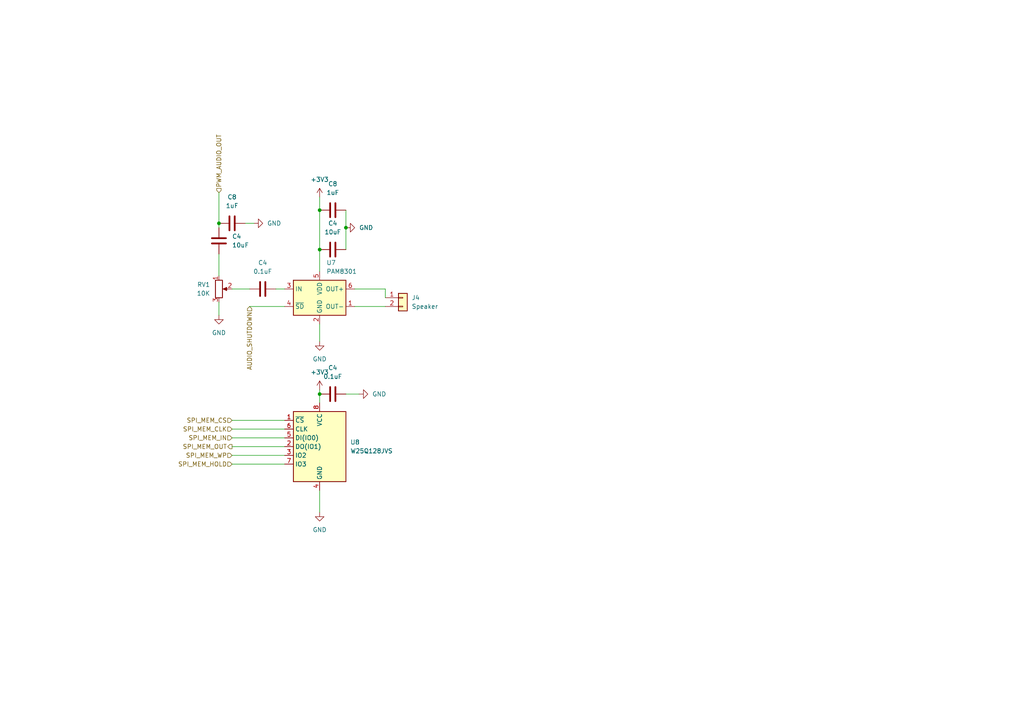
<source format=kicad_sch>
(kicad_sch (version 20230121) (generator eeschema)
  (paper "A4")
  (title_block (title "Audio Interface") (date "2023-05-30") (rev "1.0") (company "Thomas Reidemeister <treideme@gmail.com>") (comment 1 "Released under CERN-OHL-P (see LICENSE)"))
  (lib_symbols
    (symbol "Amplifier_Audio:PAM8301"
      (property "Reference" "U" (at 6.35 8.89 0))
      (property "Value" "PAM8301" (at 6.35 6.35 0))
      (symbol "PAM8301_0_1"
        (rectangle (start -7.62 5.08) (end 7.62 -5.08) (stroke (width 0.254)) (fill (type background)))
      )
      (symbol "PAM8301_1_1"
        (pin output line (at 10.16 -2.54 180) (length 2.54) (name "OUT-") (number "1"))
        (pin power_in line (at 0 -7.62 90) (length 2.54) (name "GND") (number "2"))
        (pin input line (at -10.16 2.54 0) (length 2.54) (name "IN") (number "3"))
        (pin input line (at -10.16 -2.54 0) (length 2.54) (name "~{SD}") (number "4"))
        (pin power_in line (at 0 7.62 270) (length 2.54) (name "VDD") (number "5"))
        (pin output line (at 10.16 2.54 180) (length 2.54) (name "OUT+") (number "6"))
      )
    )
    (symbol "Connector_Generic:Conn_01x02" (pin_names (offset 1.016) hide)
      (property "Reference" "J" (at 0 2.54 0))
      (property "Value" "Conn_01x02" (at 0 -5.08 0))
      (symbol "Conn_01x02_1_1"
        (rectangle (start -1.27 -2.413) (end 0 -2.667) (stroke (width 0.1524)))
        (rectangle (start -1.27 0.127) (end 0 -0.127) (stroke (width 0.1524)))
        (rectangle (start -1.27 1.27) (end 1.27 -3.81) (stroke (width 0.254)) (fill (type background)))
        (pin passive line (at -5.08 0 0) (length 3.81) (name "Pin_1") (number "1"))
        (pin passive line (at -5.08 -2.54 0) (length 3.81) (name "Pin_2") (number "2"))
      )
    )
    (symbol "Device:C" (pin_numbers hide) (pin_names (offset 0.254))
      (property "Reference" "C" (at 0.635 2.54 0))
      (property "Value" "C" (at 0.635 -2.54 0))
      (symbol "C_0_1"
        (polyline (pts (xy -2.032 -0.762) (xy 2.032 -0.762)) (stroke (width 0.508)))
        (polyline (pts (xy -2.032 0.762) (xy 2.032 0.762)) (stroke (width 0.508)))
      )
      (symbol "C_1_1"
        (pin passive line (at 0 3.81 270) (length 2.794) (name "~") (number "1"))
        (pin passive line (at 0 -3.81 90) (length 2.794) (name "~") (number "2"))
      )
    )
    (symbol "Device:R_Potentiometer" (pin_names (offset 1.016) hide)
      (property "Reference" "RV" (at -4.445 0 90))
      (property "Value" "R_Potentiometer" (at -2.54 0 90))
      (symbol "R_Potentiometer_0_1"
        (polyline (pts (xy 2.54 0) (xy 1.524 0)))
        (polyline (pts (xy 1.143 0) (xy 2.286 0.508) (xy 2.286 -0.508) (xy 1.143 0)) (fill (type outline)))
        (rectangle (start 1.016 2.54) (end -1.016 -2.54) (stroke (width 0.254)))
      )
      (symbol "R_Potentiometer_1_1"
        (pin passive line (at 0 3.81 270) (length 1.27) (name "1") (number "1"))
        (pin passive line (at 3.81 0 180) (length 1.27) (name "2") (number "2"))
        (pin passive line (at 0 -3.81 90) (length 1.27) (name "3") (number "3"))
      )
    )
    (symbol "Memory_Flash:W25Q128JVS"
      (property "Reference" "U" (at -8.89 8.89 0))
      (property "Value" "W25Q128JVS" (at 7.62 8.89 0))
      (symbol "W25Q128JVS_0_1"
        (rectangle (start -7.62 10.16) (end 7.62 -10.16) (stroke (width 0.254)) (fill (type background)))
      )
      (symbol "W25Q128JVS_1_1"
        (pin input line (at -10.16 7.62 0) (length 2.54) (name "~{CS}") (number "1"))
        (pin bidirectional line (at -10.16 0 0) (length 2.54) (name "DO(IO1)") (number "2"))
        (pin bidirectional line (at -10.16 -2.54 0) (length 2.54) (name "IO2") (number "3"))
        (pin power_in line (at 0 -12.7 90) (length 2.54) (name "GND") (number "4"))
        (pin bidirectional line (at -10.16 2.54 0) (length 2.54) (name "DI(IO0)") (number "5"))
        (pin input line (at -10.16 5.08 0) (length 2.54) (name "CLK") (number "6"))
        (pin bidirectional line (at -10.16 -5.08 0) (length 2.54) (name "IO3") (number "7"))
        (pin power_in line (at 0 12.7 270) (length 2.54) (name "VCC") (number "8"))
      )
    )
    (symbol "power:+3V3" (power) (pin_names (offset 0))
      (property "Value" "+3V3" (at 0 3.556 0))
      (symbol "+3V3_0_1"
        (polyline (pts (xy -0.762 1.27) (xy 0 2.54)))
        (polyline (pts (xy 0 0) (xy 0 2.54)))
        (polyline (pts (xy 0 2.54) (xy 0.762 1.27)))
      )
      (symbol "+3V3_1_1"
        (pin power_in line (at 0 0 90) (length 0) hide (name "+3V3") (number "1"))
      )
    )
    (symbol "power:GND" (power) (pin_names (offset 0))
      (property "Value" "GND" (at 0 -3.81 0))
      (symbol "GND_0_1"
        (polyline (pts (xy 0 0) (xy 0 -1.27) (xy 1.27 -1.27) (xy 0 -2.54) (xy -1.27 -1.27) (xy 0 -1.27)))
      )
      (symbol "GND_1_1"
        (pin power_in line (at 0 0 270) (length 0) hide (name "GND") (number "1"))
      )
    )
  )
  (junction (at 92.71 72.39))
  (junction (at 63.5 64.77))
  (junction (at 92.71 60.96))
  (junction (at 100.33 66.04))
  (junction (at 92.71 114.3))
  (wire (pts (xy 67.31 134.62) (xy 82.55 134.62)))
  (wire (pts (xy 67.31 83.82) (xy 72.39 83.82)))
  (wire (pts (xy 72.39 88.9) (xy 82.55 88.9)))
  (wire (pts (xy 92.71 60.96) (xy 92.71 72.39)))
  (wire (pts (xy 63.5 64.77) (xy 63.5 66.04)))
  (wire (pts (xy 100.33 114.3) (xy 104.14 114.3)))
  (wire (pts (xy 111.76 83.82) (xy 111.76 86.36)))
  (wire (pts (xy 92.71 113.03) (xy 92.71 114.3)))
  (wire (pts (xy 100.33 60.96) (xy 100.33 66.04)))
  (wire (pts (xy 67.31 124.46) (xy 82.55 124.46)))
  (wire (pts (xy 67.31 127) (xy 82.55 127)))
  (wire (pts (xy 92.71 57.15) (xy 92.71 60.96)))
  (wire (pts (xy 63.5 87.63) (xy 63.5 91.44)))
  (wire (pts (xy 71.12 64.77) (xy 73.66 64.77)))
  (wire (pts (xy 92.71 114.3) (xy 92.71 116.84)))
  (wire (pts (xy 92.71 142.24) (xy 92.71 148.59)))
  (wire (pts (xy 92.71 72.39) (xy 92.71 78.74)))
  (wire (pts (xy 102.87 83.82) (xy 111.76 83.82)))
  (wire (pts (xy 63.5 55.88) (xy 63.5 64.77)))
  (wire (pts (xy 102.87 88.9) (xy 111.76 88.9)))
  (wire (pts (xy 67.31 121.92) (xy 82.55 121.92)))
  (wire (pts (xy 92.71 93.98) (xy 92.71 99.06)))
  (wire (pts (xy 67.31 129.54) (xy 82.55 129.54)))
  (wire (pts (xy 80.01 83.82) (xy 82.55 83.82)))
  (wire (pts (xy 63.5 73.66) (xy 63.5 80.01)))
  (wire (pts (xy 67.31 132.08) (xy 82.55 132.08)))
  (wire (pts (xy 100.33 66.04) (xy 100.33 72.39)))
  (hierarchical_label "SPI_MEM_OUT" (shape output) (at 67.31 129.54 180))
  (hierarchical_label "SPI_MEM_HOLD" (shape input) (at 67.31 134.62 180))
  (hierarchical_label "PWM_AUDIO_OUT" (shape input) (at 63.5 55.88 90))
  (hierarchical_label "SPI_MEM_IN" (shape input) (at 67.31 127 180))
  (hierarchical_label "SPI_MEM_WP" (shape input) (at 67.31 132.08 180))
  (hierarchical_label "SPI_MEM_CS" (shape input) (at 67.31 121.92 180))
  (hierarchical_label "AUDIO_SHUTDOWN" (shape input) (at 72.39 88.9 270))
  (hierarchical_label "SPI_MEM_CLK" (shape input) (at 67.31 124.46 180))
  (symbol (lib_id "power:GND") (at 104.14 114.3 90) (unit 1)
    (property "Reference" "#PWR062" (effects hide))
    (property "Value" "GND" (at 107.95 114.3 90) (effects (justify right)))
  )
  (symbol (lib_id "Amplifier_Audio:PAM8301") (at 92.71 86.36 0) (unit 1)
    (property "Reference" "U7" (at 94.6659 76.2 0) (effects (justify left)))
    (property "Value" "PAM8301" (at 94.6659 78.74 0) (effects (justify left)))
    (property "Footprint" "Package_TO_SOT_SMD:SOT-23-6" (effects hide))
    (property "Datasheet" "https://www.diodes.com/assets/Datasheets/PAM8301.pdf" (effects hide))
  )
  (symbol (lib_id "Device:C") (at 63.5 69.85 180) (unit 1)
    (property "Reference" "C4" (at 67.31 68.58 0) (effects (justify right)))
    (property "Value" "10uF" (at 67.31 71.12 0) (effects (justify right)))
    (property "Footprint" "Capacitor_SMD:C_0402_1005Metric_Pad0.74x0.62mm_HandSolder" (effects hide))
    (instances (project "reaction-trainer" (path "" (reference "C4") (unit 1)) (path "" (reference "C17") (unit 1)) (path "" (reference "C29") (unit 1))))
  )
  (symbol (lib_id "power:GND") (at 73.66 64.77 90) (unit 1)
    (property "Reference" "#PWR065" (effects hide))
    (property "Value" "GND" (at 77.47 64.77 90) (effects (justify right)))
  )
  (symbol (lib_id "power:GND") (at 92.71 148.59 0) (unit 1)
    (property "Reference" "#PWR064" (effects hide))
    (property "Value" "GND" (at 92.71 153.67 0))
  )
  (symbol (lib_id "power:GND") (at 63.5 91.44 0) (unit 1)
    (property "Reference" "#PWR058" (effects hide))
    (property "Value" "GND" (at 63.5 96.52 0))
  )
  (symbol (lib_id "power:+3V3") (at 92.71 57.15 0) (unit 1)
    (property "Reference" "#PWR059" (effects hide))
    (property "Value" "+3V3" (at 92.71 52.07 0))
  )
  (symbol (lib_id "Device:C") (at 76.2 83.82 270) (unit 1)
    (property "Reference" "C4" (at 76.2 76.2 90))
    (property "Value" "0.1uF" (at 76.2 78.74 90))
    (property "Footprint" "Capacitor_SMD:C_0402_1005Metric_Pad0.74x0.62mm_HandSolder" (effects hide))
    (instances (project "reaction-trainer" (path "" (reference "C4") (unit 1)) (path "" (reference "C24") (unit 1))))
  )
  (symbol (lib_id "power:+3V3") (at 92.71 113.03 0) (unit 1)
    (property "Reference" "#PWR061" (effects hide))
    (property "Value" "+3V3" (at 92.71 107.95 0))
  )
  (symbol (lib_id "Device:C") (at 67.31 64.77 90) (unit 1)
    (property "Reference" "C8" (at 67.31 57.15 90))
    (property "Value" "1uF" (at 67.31 59.69 90))
    (property "Footprint" "Capacitor_SMD:C_0402_1005Metric_Pad0.74x0.62mm_HandSolder" (effects hide))
    (instances (project "reaction-trainer" (path "" (reference "C8") (unit 1)) (path "" (reference "C28") (unit 1))))
  )
  (symbol (lib_id "Connector_Generic:Conn_01x02") (at 116.84 86.36 0) (unit 1)
    (property "Reference" "J4" (at 119.38 86.36 0) (effects (justify left)))
    (property "Value" "Speaker" (at 119.38 88.9 0) (effects (justify left)))
    (property "Footprint" "Connector_PinHeader_2.54mm:PinHeader_1x02_P2.54mm_Vertical" (effects hide))
    (instances (project "reaction-trainer" (path "" (reference "J4") (unit 1)) (path "" (reference "J7") (unit 1))))
  )
  (symbol (lib_id "power:GND") (at 92.71 99.06 0) (unit 1)
    (property "Reference" "#PWR060" (effects hide))
    (property "Value" "GND" (at 92.71 104.14 0))
  )
  (symbol (lib_id "power:GND") (at 100.33 66.04 90) (unit 1)
    (property "Reference" "#PWR063" (effects hide))
    (property "Value" "GND" (at 104.14 66.04 90) (effects (justify right)))
  )
  (symbol (lib_id "Device:C") (at 96.52 114.3 270) (unit 1)
    (property "Reference" "C4" (at 96.52 106.68 90))
    (property "Value" "0.1uF" (at 96.52 109.22 90))
    (property "Footprint" "Capacitor_SMD:C_0402_1005Metric_Pad0.74x0.62mm_HandSolder" (effects hide))
    (instances (project "reaction-trainer" (path "" (reference "C4") (unit 1)) (path "" (reference "C27") (unit 1))))
  )
  (symbol (lib_id "Device:R_Potentiometer") (at 63.5 83.82 0) (unit 1)
    (property "Reference" "RV1" (at 60.96 82.55 0) (effects (justify right)))
    (property "Value" "10K" (at 60.96 85.09 0) (effects (justify right)))
    (property "Footprint" "Potentiometer_SMD:Potentiometer_Bourns_TC33X_Vertical" (effects hide))
    (property "MFN" "TC33X-2-103E" (effects hide))
  )
  (symbol (lib_id "Device:C") (at 96.52 72.39 90) (unit 1)
    (property "Reference" "C4" (at 96.52 64.77 90))
    (property "Value" "10uF" (at 96.52 67.31 90))
    (property "Footprint" "Capacitor_SMD:C_0402_1005Metric_Pad0.74x0.62mm_HandSolder" (effects hide))
    (instances (project "reaction-trainer" (path "" (reference "C4") (unit 1)) (path "" (reference "C17") (unit 1)) (path "" (reference "C25") (unit 1))))
  )
  (symbol (lib_id "Device:C") (at 96.52 60.96 270) (unit 1)
    (property "Reference" "C8" (at 96.52 53.34 90))
    (property "Value" "1uF" (at 96.52 55.88 90))
    (property "Footprint" "Capacitor_SMD:C_0402_1005Metric_Pad0.74x0.62mm_HandSolder" (effects hide))
    (instances (project "reaction-trainer" (path "" (reference "C8") (unit 1)) (path "" (reference "C26") (unit 1))))
  )
  (symbol (lib_id "Memory_Flash:W25Q128JVS") (at 92.71 129.54 0) (unit 1)
    (property "Reference" "U8" (at 101.6 128.27 0) (effects (justify left)))
    (property "Value" "W25Q128JVS" (at 101.6 130.81 0) (effects (justify left)))
    (property "Footprint" "Package_SO:SOIC-8_5.23x5.23mm_P1.27mm" (effects hide))
    (property "Datasheet" "http://www.winbond.com/resource-files/w25q128jv_dtr%20revc%2003272018%20plus.pdf" (effects hide))
  )
)
</source>
